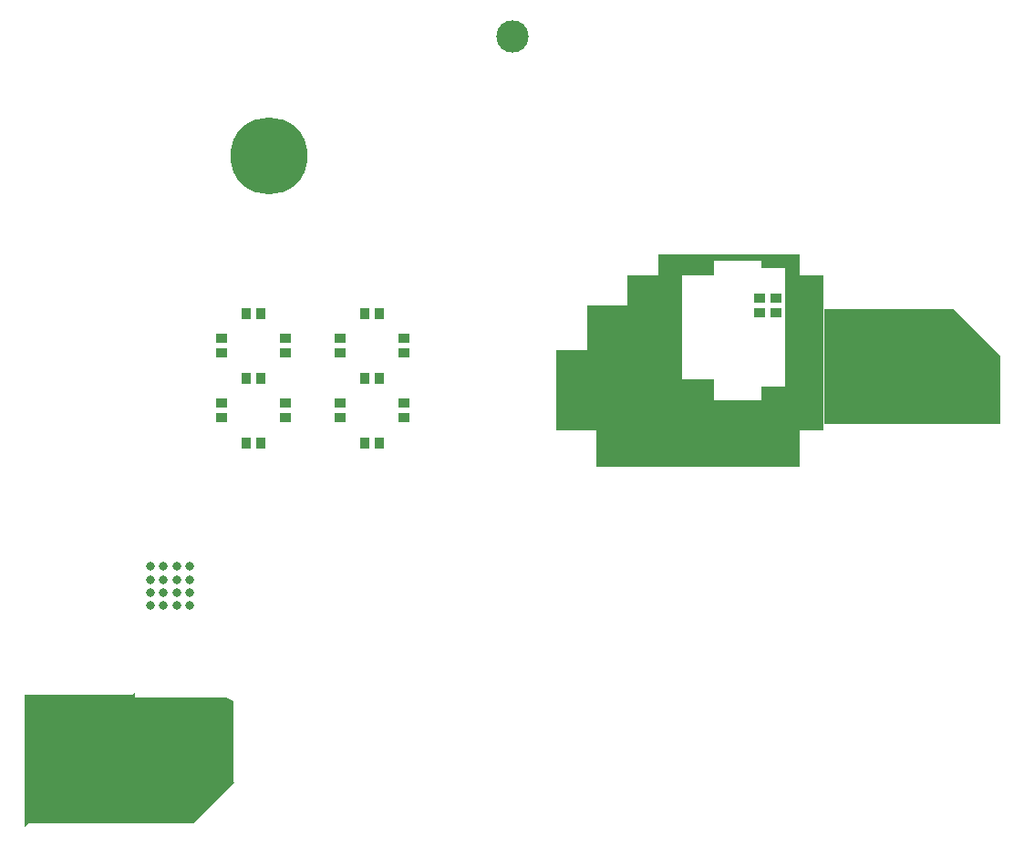
<source format=gts>
G04 Layer_Color=8388736*
%FSLAX25Y25*%
%MOIN*%
G70*
G01*
G75*
%ADD56C,0.11811*%
%ADD57R,0.03947X0.03750*%
%ADD58R,0.03750X0.03947*%
%ADD59R,0.04734X0.06506*%
%ADD60C,0.00600*%
%ADD61C,0.28159*%
%ADD62C,0.03198*%
G36*
X1748583Y1600866D02*
X1757244D01*
Y1600472D01*
Y1544173D01*
X1748583D01*
Y1530787D01*
X1674173D01*
Y1544173D01*
X1659606D01*
Y1573701D01*
X1671024D01*
Y1589843D01*
X1685591D01*
Y1600866D01*
X1697008D01*
Y1608740D01*
X1748583D01*
Y1600866D01*
D02*
G37*
G36*
X1505669Y1446535D02*
X1538740D01*
X1541496Y1445354D01*
Y1415827D01*
X1541890Y1415433D01*
X1526929Y1400472D01*
X1466693D01*
X1465512Y1399291D01*
X1465118Y1399685D01*
Y1447717D01*
X1504882D01*
X1505669Y1448504D01*
Y1446535D01*
D02*
G37*
G36*
X1804882Y1588661D02*
X1821811Y1571732D01*
Y1546535D01*
X1757638D01*
Y1588661D01*
X1804882D01*
Y1588661D01*
D02*
G37*
%LPC*%
G36*
X1734409Y1606378D02*
X1717087D01*
Y1600866D01*
X1705669D01*
Y1563071D01*
X1717087D01*
Y1555197D01*
X1734409D01*
Y1560315D01*
X1743071D01*
Y1600866D01*
Y1603622D01*
X1734409D01*
Y1606378D01*
D02*
G37*
%LPD*%
D56*
X1643465Y1688268D02*
D03*
X1737953Y1540630D02*
D03*
D57*
X1739921Y1592598D02*
D03*
Y1587087D02*
D03*
X1537067Y1577933D02*
D03*
Y1572421D02*
D03*
Y1554311D02*
D03*
Y1548799D02*
D03*
X1560689Y1554311D02*
D03*
Y1548799D02*
D03*
Y1577933D02*
D03*
Y1572421D02*
D03*
X1580374Y1577933D02*
D03*
Y1572421D02*
D03*
Y1554311D02*
D03*
Y1548799D02*
D03*
X1603996Y1554311D02*
D03*
Y1548799D02*
D03*
Y1577933D02*
D03*
Y1572421D02*
D03*
X1734016Y1592598D02*
D03*
Y1587087D02*
D03*
D58*
X1546122Y1539744D02*
D03*
X1551634D02*
D03*
X1546122Y1563366D02*
D03*
X1551634D02*
D03*
X1589429Y1586988D02*
D03*
X1594941D02*
D03*
X1589429Y1563366D02*
D03*
X1594941D02*
D03*
X1589429Y1539744D02*
D03*
X1594941D02*
D03*
X1546122Y1586988D02*
D03*
X1551634D02*
D03*
D59*
X1680768Y1580000D02*
D03*
X1696713D02*
D03*
X1680768Y1542598D02*
D03*
X1696713D02*
D03*
D60*
X1774370Y1564252D02*
D03*
X1492874Y1427441D02*
D03*
D61*
X1554587Y1644665D02*
D03*
D62*
X1515984Y1480295D02*
D03*
X1511260D02*
D03*
Y1485020D02*
D03*
X1515984D02*
D03*
X1525433Y1480295D02*
D03*
X1520709D02*
D03*
Y1485020D02*
D03*
X1525433D02*
D03*
X1511260Y1489744D02*
D03*
Y1494468D02*
D03*
X1515984Y1489744D02*
D03*
Y1494468D02*
D03*
X1525433Y1489744D02*
D03*
X1520709D02*
D03*
X1525433Y1494468D02*
D03*
X1520709D02*
D03*
M02*

</source>
